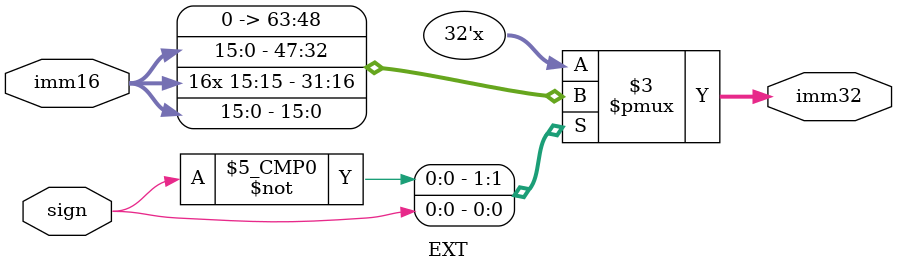
<source format=v>
`timescale 1ns / 1ps
module EXT(
    input [15:0] imm16,
    input sign,
    output reg [31:0] imm32
    );
	initial begin
		imm32 = 0;
	end
	
	always@(*) begin
		case(sign)		//signed ext or not
			0 : 
				imm32 = {16'h0, imm16};		// not sign
			1 :
				imm32 = {{16{imm16[15]}}, imm16};		// sign
			default :
				imm32 = 0;
		
		endcase
	end

endmodule

</source>
